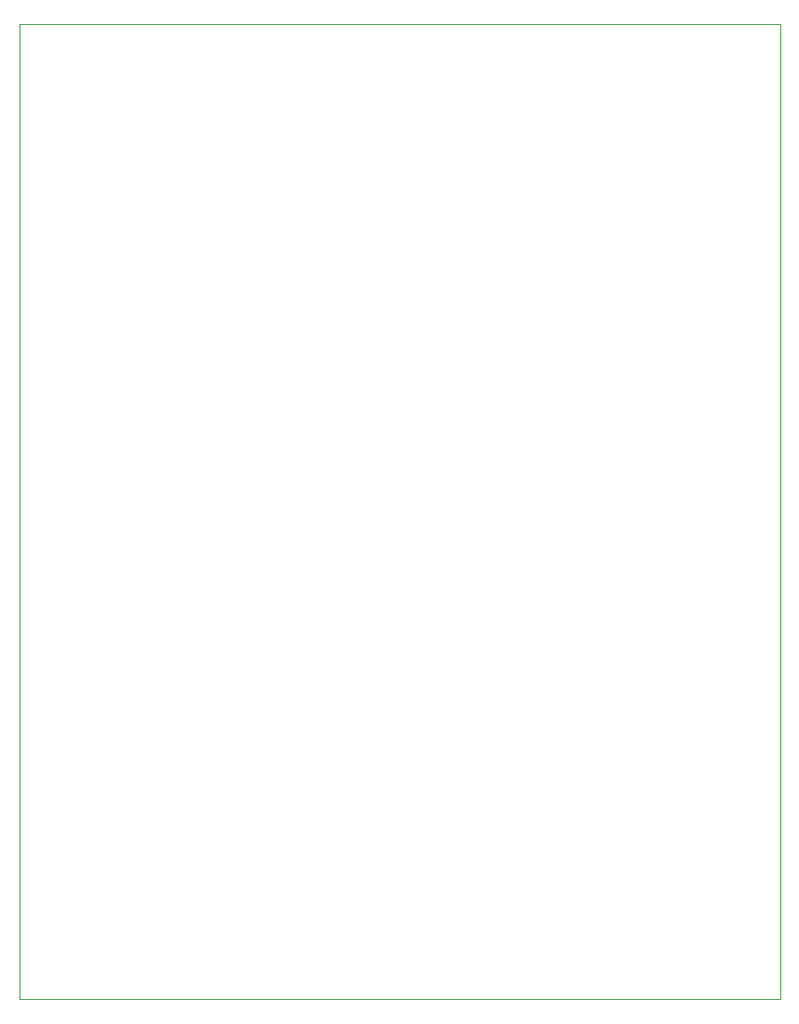
<source format=gbr>
%TF.GenerationSoftware,KiCad,Pcbnew,(5.99.0-9393-ga28cb98626)*%
%TF.CreationDate,2021-05-07T15:11:42-07:00*%
%TF.ProjectId,R_Switch,525f5377-6974-4636-982e-6b696361645f,B*%
%TF.SameCoordinates,Original*%
%TF.FileFunction,Profile,NP*%
%FSLAX46Y46*%
G04 Gerber Fmt 4.6, Leading zero omitted, Abs format (unit mm)*
G04 Created by KiCad (PCBNEW (5.99.0-9393-ga28cb98626)) date 2021-05-07 15:11:42*
%MOMM*%
%LPD*%
G01*
G04 APERTURE LIST*
%TA.AperFunction,Profile*%
%ADD10C,0.050000*%
%TD*%
G04 APERTURE END LIST*
D10*
X119380000Y-44450000D02*
X191770000Y-44450000D01*
X191770000Y-44450000D02*
X191770000Y-137160000D01*
X191770000Y-137160000D02*
X119380000Y-137160000D01*
X119380000Y-137160000D02*
X119380000Y-44450000D01*
M02*

</source>
